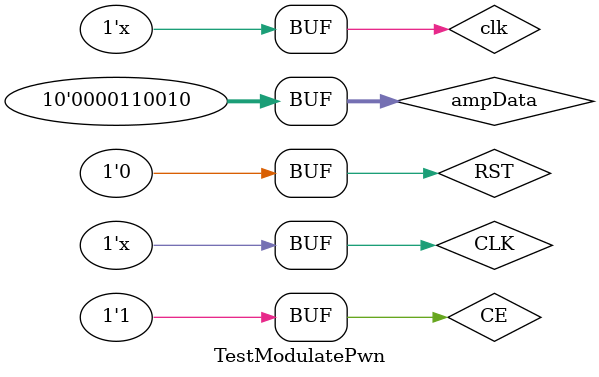
<source format=sv>
`timescale 1ns / 100ps


module TestModulatePwn();

    // generate clock
    localparam CLK_PERIOD = 10; //ns, 100MHz
    reg clk = 0;
    initial clk = 1'b0;
    always #( CLK_PERIOD/2.0 )
    clk = ~clk;
  
    wire [9:0] ampData;
    assign ampData = 50;

    wire [31:0] counter;
    wire [31:0] resetCount;
    ModulatePwm #(.CLK_RATE(100000000),.FREQUENCY(10000)) modPwm( .clk(clk), .amp(ampData), .counter(counter), .resetCount(resetCount) );
    
    wire [31:0] Q;
    wire TC;
    wire CLK;
    wire CE;
    reg RST = 1'b0;
    
    assign CLK = clk;
    assign CE = 1'b1;
        
    // reset test
    initial begin
    
        #200;
        RST <= 1'b1;
        
        #10;
        RST <= 1'b0;
            
    end
    
// COUNTER_TC_MACRO : In order to incorporate this function into the design,
//     Verilog      : the following instance declaration needs to be placed
//    instance      : in the body of the design code.  The instance name
//   declaration    : (COUNTER_TC_MACRO_inst) and/or the port declarations within the
//      code        : parenthesis may be changed to properly reference and
//                  : connect this function to the design.  All inputs
//                  : and outputs must be connected.

//  <-----Cut code below this line---->

   // COUNTER_TC_MACRO: Counter with terminal count implemented in a DSP48E
   //                   Artix-7
   // Xilinx HDL Language Template, version 2023.1

   COUNTER_TC_MACRO #(
      .COUNT_BY(48'h000000000001), // Count by value
      .DEVICE("7SERIES"),          // Target Device: "7SERIES" 
      .DIRECTION("UP"),            // Counter direction, "UP" or "DOWN" 
      .RESET_UPON_TC("TRUE"),      // Reset counter upon terminal count, "TRUE" or "FALSE" 
      .TC_VALUE(32'h00000005),     // Terminal count value
      .WIDTH_DATA(32)              // Counter output bus width, 1-48
   ) COUNTER_TC_MACRO_inst (
      .Q(Q),     // Counter output bus, width determined by WIDTH_DATA parameter
      .TC(TC),   // 1-bit terminal count output, high = terminal count is reached
      .CLK(CLK), // 1-bit positive edge clock input
      .CE(CE),   // 1-bit active high clock enable input
      .RST(RST)  // 1-bit active high synchronous reset
   );

   // End of COUNTER_TC_MACRO_inst instantiation   

endmodule

</source>
